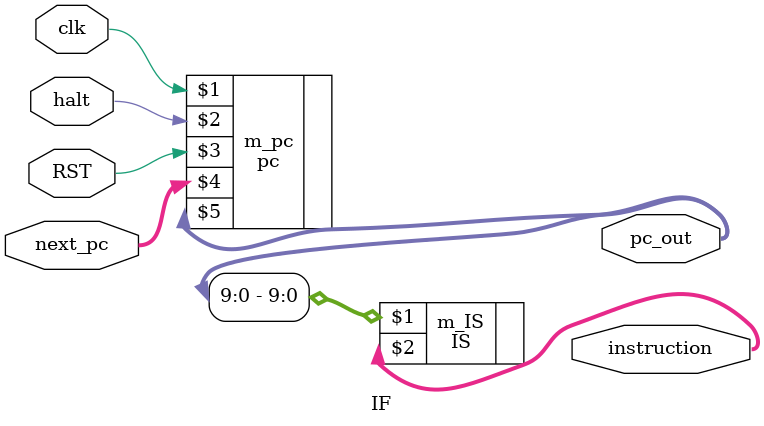
<source format=v>
`timescale 1ns / 1ps

//IF取指模块
module IF(
    input       clk, RST, halt,
    input       [31:0]  next_pc,
    output        [31:0]  pc_out, instruction
    );
    pc m_pc(clk,halt,RST,next_pc,
            pc_out);
    IS m_IS(pc_out[9:0],
            instruction);
endmodule

</source>
